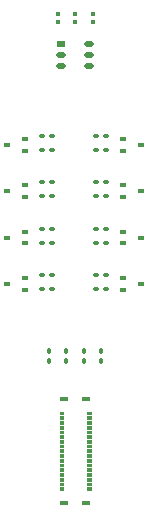
<source format=gbr>
%TF.GenerationSoftware,KiCad,Pcbnew,9.0.0*%
%TF.CreationDate,2025-04-08T23:38:32-04:00*%
%TF.ProjectId,pideck,70696465-636b-42e6-9b69-6361645f7063,rev?*%
%TF.SameCoordinates,Original*%
%TF.FileFunction,Paste,Top*%
%TF.FilePolarity,Positive*%
%FSLAX46Y46*%
G04 Gerber Fmt 4.6, Leading zero omitted, Abs format (unit mm)*
G04 Created by KiCad (PCBNEW 9.0.0) date 2025-04-08 23:38:32*
%MOMM*%
%LPD*%
G01*
G04 APERTURE LIST*
G04 Aperture macros list*
%AMRoundRect*
0 Rectangle with rounded corners*
0 $1 Rounding radius*
0 $2 $3 $4 $5 $6 $7 $8 $9 X,Y pos of 4 corners*
0 Add a 4 corners polygon primitive as box body*
4,1,4,$2,$3,$4,$5,$6,$7,$8,$9,$2,$3,0*
0 Add four circle primitives for the rounded corners*
1,1,$1+$1,$2,$3*
1,1,$1+$1,$4,$5*
1,1,$1+$1,$6,$7*
1,1,$1+$1,$8,$9*
0 Add four rect primitives between the rounded corners*
20,1,$1+$1,$2,$3,$4,$5,0*
20,1,$1+$1,$4,$5,$6,$7,0*
20,1,$1+$1,$6,$7,$8,$9,0*
20,1,$1+$1,$8,$9,$2,$3,0*%
G04 Aperture macros list end*
%ADD10C,0.010000*%
%ADD11RoundRect,0.090000X0.139000X0.090000X-0.139000X0.090000X-0.139000X-0.090000X0.139000X-0.090000X0*%
%ADD12RoundRect,0.090000X-0.139000X-0.090000X0.139000X-0.090000X0.139000X0.090000X-0.139000X0.090000X0*%
%ADD13R,0.584200X0.355600*%
%ADD14RoundRect,0.090000X0.090000X-0.139000X0.090000X0.139000X-0.090000X0.139000X-0.090000X-0.139000X0*%
%ADD15RoundRect,0.079500X-0.100500X0.079500X-0.100500X-0.079500X0.100500X-0.079500X0.100500X0.079500X0*%
%ADD16RoundRect,0.079500X0.100500X-0.079500X0.100500X0.079500X-0.100500X0.079500X-0.100500X-0.079500X0*%
%ADD17R,0.800000X0.550000*%
%ADD18O,0.800000X0.550000*%
%ADD19R,0.750000X0.300000*%
G04 APERTURE END LIST*
D10*
%TO.C,J3*%
X134660000Y-111915000D02*
X134360000Y-111915000D01*
X134360000Y-111685000D01*
X134660000Y-111685000D01*
X134660000Y-111915000D01*
G36*
X134660000Y-111915000D02*
G01*
X134360000Y-111915000D01*
X134360000Y-111685000D01*
X134660000Y-111685000D01*
X134660000Y-111915000D01*
G37*
X134660000Y-112315000D02*
X134360000Y-112315000D01*
X134360000Y-112085000D01*
X134660000Y-112085000D01*
X134660000Y-112315000D01*
G36*
X134660000Y-112315000D02*
G01*
X134360000Y-112315000D01*
X134360000Y-112085000D01*
X134660000Y-112085000D01*
X134660000Y-112315000D01*
G37*
X134660000Y-112715000D02*
X134360000Y-112715000D01*
X134360000Y-112485000D01*
X134660000Y-112485000D01*
X134660000Y-112715000D01*
G36*
X134660000Y-112715000D02*
G01*
X134360000Y-112715000D01*
X134360000Y-112485000D01*
X134660000Y-112485000D01*
X134660000Y-112715000D01*
G37*
X134660000Y-113115000D02*
X134360000Y-113115000D01*
X134360000Y-112885000D01*
X134660000Y-112885000D01*
X134660000Y-113115000D01*
G36*
X134660000Y-113115000D02*
G01*
X134360000Y-113115000D01*
X134360000Y-112885000D01*
X134660000Y-112885000D01*
X134660000Y-113115000D01*
G37*
X134660000Y-113515000D02*
X134360000Y-113515000D01*
X134360000Y-113285000D01*
X134660000Y-113285000D01*
X134660000Y-113515000D01*
G36*
X134660000Y-113515000D02*
G01*
X134360000Y-113515000D01*
X134360000Y-113285000D01*
X134660000Y-113285000D01*
X134660000Y-113515000D01*
G37*
X134660000Y-113915000D02*
X134360000Y-113915000D01*
X134360000Y-113685000D01*
X134660000Y-113685000D01*
X134660000Y-113915000D01*
G36*
X134660000Y-113915000D02*
G01*
X134360000Y-113915000D01*
X134360000Y-113685000D01*
X134660000Y-113685000D01*
X134660000Y-113915000D01*
G37*
X134660000Y-114315000D02*
X134360000Y-114315000D01*
X134360000Y-114085000D01*
X134660000Y-114085000D01*
X134660000Y-114315000D01*
G36*
X134660000Y-114315000D02*
G01*
X134360000Y-114315000D01*
X134360000Y-114085000D01*
X134660000Y-114085000D01*
X134660000Y-114315000D01*
G37*
X134660000Y-114715000D02*
X134360000Y-114715000D01*
X134360000Y-114485000D01*
X134660000Y-114485000D01*
X134660000Y-114715000D01*
G36*
X134660000Y-114715000D02*
G01*
X134360000Y-114715000D01*
X134360000Y-114485000D01*
X134660000Y-114485000D01*
X134660000Y-114715000D01*
G37*
X134660000Y-115115000D02*
X134360000Y-115115000D01*
X134360000Y-114885000D01*
X134660000Y-114885000D01*
X134660000Y-115115000D01*
G36*
X134660000Y-115115000D02*
G01*
X134360000Y-115115000D01*
X134360000Y-114885000D01*
X134660000Y-114885000D01*
X134660000Y-115115000D01*
G37*
X134660000Y-115515000D02*
X134360000Y-115515000D01*
X134360000Y-115285000D01*
X134660000Y-115285000D01*
X134660000Y-115515000D01*
G36*
X134660000Y-115515000D02*
G01*
X134360000Y-115515000D01*
X134360000Y-115285000D01*
X134660000Y-115285000D01*
X134660000Y-115515000D01*
G37*
X134660000Y-115915000D02*
X134360000Y-115915000D01*
X134360000Y-115685000D01*
X134660000Y-115685000D01*
X134660000Y-115915000D01*
G36*
X134660000Y-115915000D02*
G01*
X134360000Y-115915000D01*
X134360000Y-115685000D01*
X134660000Y-115685000D01*
X134660000Y-115915000D01*
G37*
X134660000Y-116315000D02*
X134360000Y-116315000D01*
X134360000Y-116085000D01*
X134660000Y-116085000D01*
X134660000Y-116315000D01*
G36*
X134660000Y-116315000D02*
G01*
X134360000Y-116315000D01*
X134360000Y-116085000D01*
X134660000Y-116085000D01*
X134660000Y-116315000D01*
G37*
X134660000Y-116715000D02*
X134360000Y-116715000D01*
X134360000Y-116485000D01*
X134660000Y-116485000D01*
X134660000Y-116715000D01*
G36*
X134660000Y-116715000D02*
G01*
X134360000Y-116715000D01*
X134360000Y-116485000D01*
X134660000Y-116485000D01*
X134660000Y-116715000D01*
G37*
X134660000Y-117115000D02*
X134360000Y-117115000D01*
X134360000Y-116885000D01*
X134660000Y-116885000D01*
X134660000Y-117115000D01*
G36*
X134660000Y-117115000D02*
G01*
X134360000Y-117115000D01*
X134360000Y-116885000D01*
X134660000Y-116885000D01*
X134660000Y-117115000D01*
G37*
X134660000Y-117515000D02*
X134360000Y-117515000D01*
X134360000Y-117285000D01*
X134660000Y-117285000D01*
X134660000Y-117515000D01*
G36*
X134660000Y-117515000D02*
G01*
X134360000Y-117515000D01*
X134360000Y-117285000D01*
X134660000Y-117285000D01*
X134660000Y-117515000D01*
G37*
X134660000Y-117915000D02*
X134360000Y-117915000D01*
X134360000Y-117685000D01*
X134660000Y-117685000D01*
X134660000Y-117915000D01*
G36*
X134660000Y-117915000D02*
G01*
X134360000Y-117915000D01*
X134360000Y-117685000D01*
X134660000Y-117685000D01*
X134660000Y-117915000D01*
G37*
X134660000Y-118315000D02*
X134360000Y-118315000D01*
X134360000Y-118085000D01*
X134660000Y-118085000D01*
X134660000Y-118315000D01*
G36*
X134660000Y-118315000D02*
G01*
X134360000Y-118315000D01*
X134360000Y-118085000D01*
X134660000Y-118085000D01*
X134660000Y-118315000D01*
G37*
X136960000Y-111915000D02*
X136660000Y-111915000D01*
X136660000Y-111685000D01*
X136960000Y-111685000D01*
X136960000Y-111915000D01*
G36*
X136960000Y-111915000D02*
G01*
X136660000Y-111915000D01*
X136660000Y-111685000D01*
X136960000Y-111685000D01*
X136960000Y-111915000D01*
G37*
X136960000Y-112315000D02*
X136660000Y-112315000D01*
X136660000Y-112085000D01*
X136960000Y-112085000D01*
X136960000Y-112315000D01*
G36*
X136960000Y-112315000D02*
G01*
X136660000Y-112315000D01*
X136660000Y-112085000D01*
X136960000Y-112085000D01*
X136960000Y-112315000D01*
G37*
X136960000Y-112715000D02*
X136660000Y-112715000D01*
X136660000Y-112485000D01*
X136960000Y-112485000D01*
X136960000Y-112715000D01*
G36*
X136960000Y-112715000D02*
G01*
X136660000Y-112715000D01*
X136660000Y-112485000D01*
X136960000Y-112485000D01*
X136960000Y-112715000D01*
G37*
X136960000Y-113115000D02*
X136660000Y-113115000D01*
X136660000Y-112885000D01*
X136960000Y-112885000D01*
X136960000Y-113115000D01*
G36*
X136960000Y-113115000D02*
G01*
X136660000Y-113115000D01*
X136660000Y-112885000D01*
X136960000Y-112885000D01*
X136960000Y-113115000D01*
G37*
X136960000Y-113515000D02*
X136660000Y-113515000D01*
X136660000Y-113285000D01*
X136960000Y-113285000D01*
X136960000Y-113515000D01*
G36*
X136960000Y-113515000D02*
G01*
X136660000Y-113515000D01*
X136660000Y-113285000D01*
X136960000Y-113285000D01*
X136960000Y-113515000D01*
G37*
X136960000Y-113915000D02*
X136660000Y-113915000D01*
X136660000Y-113685000D01*
X136960000Y-113685000D01*
X136960000Y-113915000D01*
G36*
X136960000Y-113915000D02*
G01*
X136660000Y-113915000D01*
X136660000Y-113685000D01*
X136960000Y-113685000D01*
X136960000Y-113915000D01*
G37*
X136960000Y-114315000D02*
X136660000Y-114315000D01*
X136660000Y-114085000D01*
X136960000Y-114085000D01*
X136960000Y-114315000D01*
G36*
X136960000Y-114315000D02*
G01*
X136660000Y-114315000D01*
X136660000Y-114085000D01*
X136960000Y-114085000D01*
X136960000Y-114315000D01*
G37*
X136960000Y-114715000D02*
X136660000Y-114715000D01*
X136660000Y-114485000D01*
X136960000Y-114485000D01*
X136960000Y-114715000D01*
G36*
X136960000Y-114715000D02*
G01*
X136660000Y-114715000D01*
X136660000Y-114485000D01*
X136960000Y-114485000D01*
X136960000Y-114715000D01*
G37*
X136960000Y-115115000D02*
X136660000Y-115115000D01*
X136660000Y-114885000D01*
X136960000Y-114885000D01*
X136960000Y-115115000D01*
G36*
X136960000Y-115115000D02*
G01*
X136660000Y-115115000D01*
X136660000Y-114885000D01*
X136960000Y-114885000D01*
X136960000Y-115115000D01*
G37*
X136960000Y-115515000D02*
X136660000Y-115515000D01*
X136660000Y-115285000D01*
X136960000Y-115285000D01*
X136960000Y-115515000D01*
G36*
X136960000Y-115515000D02*
G01*
X136660000Y-115515000D01*
X136660000Y-115285000D01*
X136960000Y-115285000D01*
X136960000Y-115515000D01*
G37*
X136960000Y-115915000D02*
X136660000Y-115915000D01*
X136660000Y-115685000D01*
X136960000Y-115685000D01*
X136960000Y-115915000D01*
G36*
X136960000Y-115915000D02*
G01*
X136660000Y-115915000D01*
X136660000Y-115685000D01*
X136960000Y-115685000D01*
X136960000Y-115915000D01*
G37*
X136960000Y-116315000D02*
X136660000Y-116315000D01*
X136660000Y-116085000D01*
X136960000Y-116085000D01*
X136960000Y-116315000D01*
G36*
X136960000Y-116315000D02*
G01*
X136660000Y-116315000D01*
X136660000Y-116085000D01*
X136960000Y-116085000D01*
X136960000Y-116315000D01*
G37*
X136960000Y-116715000D02*
X136660000Y-116715000D01*
X136660000Y-116485000D01*
X136960000Y-116485000D01*
X136960000Y-116715000D01*
G36*
X136960000Y-116715000D02*
G01*
X136660000Y-116715000D01*
X136660000Y-116485000D01*
X136960000Y-116485000D01*
X136960000Y-116715000D01*
G37*
X136960000Y-117115000D02*
X136660000Y-117115000D01*
X136660000Y-116885000D01*
X136960000Y-116885000D01*
X136960000Y-117115000D01*
G36*
X136960000Y-117115000D02*
G01*
X136660000Y-117115000D01*
X136660000Y-116885000D01*
X136960000Y-116885000D01*
X136960000Y-117115000D01*
G37*
X136960000Y-117515000D02*
X136660000Y-117515000D01*
X136660000Y-117285000D01*
X136960000Y-117285000D01*
X136960000Y-117515000D01*
G36*
X136960000Y-117515000D02*
G01*
X136660000Y-117515000D01*
X136660000Y-117285000D01*
X136960000Y-117285000D01*
X136960000Y-117515000D01*
G37*
X136960000Y-117915000D02*
X136660000Y-117915000D01*
X136660000Y-117685000D01*
X136960000Y-117685000D01*
X136960000Y-117915000D01*
G36*
X136960000Y-117915000D02*
G01*
X136660000Y-117915000D01*
X136660000Y-117685000D01*
X136960000Y-117685000D01*
X136960000Y-117915000D01*
G37*
X136960000Y-118315000D02*
X136660000Y-118315000D01*
X136660000Y-118085000D01*
X136960000Y-118085000D01*
X136960000Y-118315000D01*
G36*
X136960000Y-118315000D02*
G01*
X136660000Y-118315000D01*
X136660000Y-118085000D01*
X136960000Y-118085000D01*
X136960000Y-118315000D01*
G37*
%TD*%
D11*
%TO.C,R12*%
X132817500Y-88357050D03*
X133682500Y-88357050D03*
%TD*%
D12*
%TO.C,R9*%
X132817500Y-93453466D03*
X133682500Y-93453466D03*
%TD*%
D13*
%TO.C,Q8*%
X139688000Y-100365000D03*
X139688000Y-101364998D03*
X141212000Y-100864999D03*
%TD*%
%TO.C,Q3*%
X131412000Y-93521665D03*
X131412000Y-92521667D03*
X129888000Y-93021666D03*
%TD*%
D11*
%TO.C,R6*%
X133682500Y-100122049D03*
X132817500Y-100122049D03*
%TD*%
D12*
%TO.C,R14*%
X137417500Y-89531800D03*
X138282500Y-89531800D03*
%TD*%
D14*
%TO.C,R1*%
X136391667Y-107432500D03*
X136391667Y-106567500D03*
%TD*%
D11*
%TO.C,R8*%
X133682500Y-96200383D03*
X132817500Y-96200383D03*
%TD*%
D12*
%TO.C,R16*%
X137417500Y-93453466D03*
X138282500Y-93453466D03*
%TD*%
D13*
%TO.C,Q2*%
X131412000Y-97443332D03*
X131412000Y-96443334D03*
X129888000Y-96943333D03*
%TD*%
%TO.C,Q7*%
X139688000Y-96443334D03*
X139688000Y-97443332D03*
X141212000Y-96943333D03*
%TD*%
D12*
%TO.C,R18*%
X137417500Y-97375133D03*
X138282500Y-97375133D03*
%TD*%
D11*
%TO.C,R10*%
X133682500Y-92278716D03*
X132817500Y-92278716D03*
%TD*%
D15*
%TO.C,C3*%
X135675000Y-78030000D03*
X135675000Y-78720000D03*
%TD*%
D16*
%TO.C,C2*%
X137150000Y-78720000D03*
X137150000Y-78030000D03*
%TD*%
D14*
%TO.C,R4*%
X134908333Y-107432500D03*
X134908333Y-106567500D03*
%TD*%
D17*
%TO.C,LDO1*%
X134450000Y-80549999D03*
D18*
X134450000Y-81500000D03*
X134450000Y-82450001D03*
X136850000Y-82450001D03*
X136850000Y-81500000D03*
X136850000Y-80549999D03*
%TD*%
D12*
%TO.C,R7*%
X132817500Y-97375133D03*
X133682500Y-97375133D03*
%TD*%
%TO.C,R20*%
X137417500Y-101296799D03*
X138282500Y-101296799D03*
%TD*%
D14*
%TO.C,R3*%
X133425000Y-107432500D03*
X133425000Y-106567500D03*
%TD*%
D11*
%TO.C,R15*%
X138282500Y-92278716D03*
X137417500Y-92278716D03*
%TD*%
D13*
%TO.C,Q6*%
X139688000Y-92521667D03*
X139688000Y-93521665D03*
X141212000Y-93021666D03*
%TD*%
D12*
%TO.C,R11*%
X132817500Y-89531800D03*
X133682500Y-89531800D03*
%TD*%
D13*
%TO.C,Q1*%
X131412000Y-101364998D03*
X131412000Y-100365000D03*
X129888000Y-100864999D03*
%TD*%
D19*
%TO.C,J3*%
X136585000Y-110590000D03*
X134735000Y-110590000D03*
X136585000Y-119410000D03*
X134735000Y-119410000D03*
%TD*%
D11*
%TO.C,R17*%
X138282500Y-96200383D03*
X137417500Y-96200383D03*
%TD*%
%TO.C,R19*%
X138282500Y-100122049D03*
X137417500Y-100122049D03*
%TD*%
D13*
%TO.C,Q5*%
X139688000Y-88600001D03*
X139688000Y-89599999D03*
X141212000Y-89100000D03*
%TD*%
D12*
%TO.C,R5*%
X132817500Y-101296799D03*
X133682500Y-101296799D03*
%TD*%
D11*
%TO.C,R13*%
X138282500Y-88357050D03*
X137417500Y-88357050D03*
%TD*%
D15*
%TO.C,C1*%
X134200000Y-78030000D03*
X134200000Y-78720000D03*
%TD*%
D14*
%TO.C,R2*%
X137875000Y-107432500D03*
X137875000Y-106567500D03*
%TD*%
D13*
%TO.C,Q4*%
X131412000Y-89599999D03*
X131412000Y-88600001D03*
X129888000Y-89100000D03*
%TD*%
M02*

</source>
